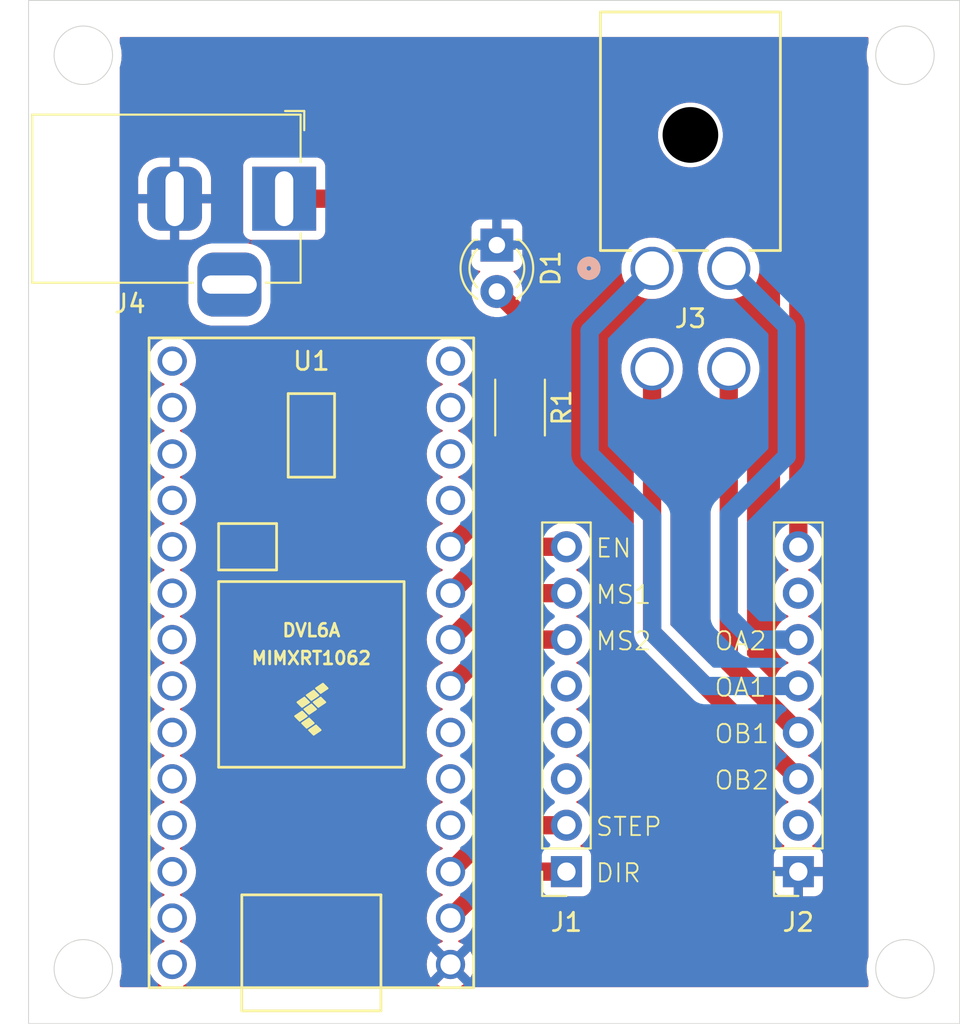
<source format=kicad_pcb>
(kicad_pcb (version 20240108) (generator "pcbnew") (generator_version "8.0")
  (layers (0 "F.Cu" signal) (31 "B.Cu" signal) (34 "B.Paste" user) (35 "F.Paste" user) (36 "B.SilkS" user "B.Silkscreen") (37 "F.SilkS" user "F.Silkscreen") (38 "B.Mask" user) (39 "F.Mask" user) (44 "Edge.Cuts" user))
  (net 0 "")
  (net 8 "Net-(D1-K)")
  (net 25 "Net-(J1-Pin_7)")
  (net 26 "Net-(J1-Pin_8)")
  (net 27 "Net-(J1-Pin_2)")
  (net 29 "Net-(J1-Pin_6)")
  (net 30 "Net-(J1-Pin_1)")
  (net 33 "Net-(J2-Pin_8)")
  (net 34 "Net-(J2-Pin_3)")
  (net 35 "Net-(J2-Pin_5)")
  (net 36 "Net-(J2-Pin_6)")
  (net 37 "Net-(J2-Pin_4)")
  (net 38 "Net-(D1-A)")
  (net 39 "Net-(U1-8_TX2_IN1)")
  (footprint "Connector_PinSocket_2.54mm:PinSocket_1x08_P2.54mm_Vertical" (layer "F.Cu") (at 137.16 106.68 180)
    (property "Reference" "J2" (at 0 -2.77 0) (layer "F.SilkS"))
    (property "Value" "Conn_01x08_Socket")
    (fp_line (start 1.33 1.27) (end 1.33 19.11) (stroke (width 0.12)) (layer "F.SilkS"))
    (fp_line (start 1.33 -1.33) (end 1.33 0) (stroke (width 0.12)) (layer "F.SilkS"))
    (fp_line (start 0 -1.33) (end 1.33 -1.33) (stroke (width 0.12)) (layer "F.SilkS"))
    (fp_line (start -1.33 19.11) (end 1.33 19.11) (stroke (width 0.12)) (layer "F.SilkS"))
    (fp_line (start -1.33 1.27) (end 1.33 1.27) (stroke (width 0.12)) (layer "F.SilkS"))
    (fp_line (start -1.33 1.27) (end -1.33 19.11) (stroke (width 0.12)) (layer "F.SilkS"))
    (pad "1" thru_hole rect (at 0 0 180) (size 1.7 1.7) (drill 1) (layers "*.Cu" "*.Mask") (net 8 "Net-(D1-K)"))
    (pad "2" thru_hole oval (at 0 2.54 180) (size 1.7 1.7) (drill 1) (layers "*.Cu" "*.Mask"))
    (pad "3" thru_hole oval (at 0 5.08 180) (size 1.7 1.7) (drill 1) (layers "*.Cu" "*.Mask") (net 34 "Net-(J2-Pin_3)"))
    (pad "4" thru_hole oval (at 0 7.62 180) (size 1.7 1.7) (drill 1) (layers "*.Cu" "*.Mask") (net 37 "Net-(J2-Pin_4)"))
    (pad "5" thru_hole oval (at 0 10.16 180) (size 1.7 1.7) (drill 1) (layers "*.Cu" "*.Mask") (net 35 "Net-(J2-Pin_5)"))
    (pad "6" thru_hole oval (at 0 12.7 180) (size 1.7 1.7) (drill 1) (layers "*.Cu" "*.Mask") (net 36 "Net-(J2-Pin_6)"))
    (pad "7" thru_hole oval (at 0 15.24 180) (size 1.7 1.7) (drill 1) (layers "*.Cu" "*.Mask"))
    (pad "8" thru_hole oval (at 0 17.78 180) (size 1.7 1.7) (drill 1) (layers "*.Cu" "*.Mask") (net 33 "Net-(J2-Pin_8)"))
  )
  (footprint "teensy.pretty-master:Teensy40" (layer "F.Cu") (at 110.49 95.25 90)
    (property "Reference" "U1" (at 16.51 0 180) (layer "F.SilkS"))
    (property "Value" "Teensy4.0")
    (fp_line (start 17.78 -8.89) (end 17.78 8.89) (stroke (width 0.15)) (layer "F.SilkS"))
    (fp_line (start -17.78 -8.89) (end 17.78 -8.89) (stroke (width 0.15)) (layer "F.SilkS"))
    (fp_line (start 7.62 -5.08) (end 7.62 -1.905) (stroke (width 0.15)) (layer "F.SilkS"))
    (fp_line (start 5.08 -5.08) (end 7.62 -5.08) (stroke (width 0.15)) (layer "F.SilkS"))
    (fp_line (start 4.445 -5.08) (end -5.715 -5.08) (stroke (width 0.15)) (layer "F.SilkS"))
    (fp_line (start -5.715 -5.08) (end -5.715 5.08) (stroke (width 0.15)) (layer "F.SilkS"))
    (fp_line (start -12.7 -3.81) (end -17.78 -3.81) (stroke (width 0.15)) (layer "F.SilkS"))
    (fp_line (start -19.05 -3.81) (end -17.78 -3.81) (stroke (width 0.15)) (layer "F.SilkS"))
    (fp_line (start 7.62 -1.905) (end 5.08 -1.905) (stroke (width 0.15)) (layer "F.SilkS"))
    (fp_line (start 5.08 -1.905) (end 5.08 -5.08) (stroke (width 0.15)) (layer "F.SilkS"))
    (fp_line (start 14.732 -1.27) (end 14.732 1.27) (stroke (width 0.15)) (layer "F.SilkS"))
    (fp_line (start 10.16 -1.27) (end 14.732 -1.27) (stroke (width 0.15)) (layer "F.SilkS"))
    (fp_line (start 14.732 1.27) (end 10.16 1.27) (stroke (width 0.15)) (layer "F.SilkS"))
    (fp_line (start 10.16 1.27) (end 10.16 -1.27) (stroke (width 0.15)) (layer "F.SilkS"))
    (fp_line (start -12.7 3.81) (end -12.7 -3.81) (stroke (width 0.15)) (layer "F.SilkS"))
    (fp_line (start -12.7 3.81) (end -17.78 3.81) (stroke (width 0.15)) (layer "F.SilkS"))
    (fp_line (start -17.78 3.81) (end -19.05 3.81) (stroke (width 0.15)) (layer "F.SilkS"))
    (fp_line (start -19.05 3.81) (end -19.05 -3.81) (stroke (width 0.15)) (layer "F.SilkS"))
    (fp_line (start 4.445 5.08) (end 4.445 -5.08) (stroke (width 0.15)) (layer "F.SilkS"))
    (fp_line (start 4.445 5.08) (end -5.715 5.08) (stroke (width 0.15)) (layer "F.SilkS"))
    (fp_line (start 17.78 8.89) (end -17.78 8.89) (stroke (width 0.15)) (layer "F.SilkS"))
    (fp_line (start -17.78 8.89) (end -17.78 -8.89) (stroke (width 0.15)) (layer "F.SilkS"))
    (fp_poly (pts (xy -3.175 -0.635) (xy -2.921 -0.889) (xy -2.667 -0.508) (xy -2.921 -0.254)) (stroke (width 0.1)) (fill solid) (layer "F.SilkS"))
    (fp_poly (pts (xy -2.413 -0.508) (xy -2.159 -0.762) (xy -1.905 -0.381) (xy -2.159 -0.127)) (stroke (width 0.1)) (fill solid) (layer "F.SilkS"))
    (fp_poly (pts (xy -3.556 -0.254) (xy -3.302 -0.508) (xy -3.048 -0.127) (xy -3.302 0.127)) (stroke (width 0.1)) (fill solid) (layer "F.SilkS"))
    (fp_poly (pts (xy -2.794 -0.127) (xy -2.54 -0.381) (xy -2.286 0) (xy -2.54 0.254)) (stroke (width 0.1)) (fill solid) (layer "F.SilkS"))
    (fp_poly (pts (xy -2.032 0) (xy -1.778 -0.254) (xy -1.524 0.127) (xy -1.778 0.381)) (stroke (width 0.1)) (fill solid) (layer "F.SilkS"))
    (fp_poly (pts (xy -3.937 0.127) (xy -3.683 -0.127) (xy -3.429 0.254) (xy -3.683 0.508)) (stroke (width 0.1)) (fill solid) (layer "F.SilkS"))
    (fp_poly (pts (xy -2.413 0.381) (xy -2.159 0.127) (xy -1.905 0.508) (xy -2.159 0.762)) (stroke (width 0.1)) (fill solid) (layer "F.SilkS"))
    (fp_poly (pts (xy -1.651 0.508) (xy -1.397 0.254) (xy -1.143 0.635) (xy -1.397 0.889)) (stroke (width 0.1)) (fill solid) (layer "F.SilkS"))
    (fp_text user "MIMXRT1062" (at 0.254 0 0) (layer "F.SilkS") (effects (font (size 0.7 0.7))))
    (fp_text user "DVL6A" (at 1.778 0 0) (layer "F.SilkS") (effects (font (size 0.7 0.7))))
    (pad "1" thru_hole circle (at -16.51 7.62 90) (size 1.6 1.6) (drill 1.1) (layers "*.Cu" "*.Mask") (net 8 "Net-(D1-K)"))
    (pad "2" thru_hole circle (at -13.97 7.62 90) (size 1.6 1.6) (drill 1.1) (layers "*.Cu" "*.Mask") (net 30 "Net-(J1-Pin_1)"))
    (pad "3" thru_hole circle (at -11.43 7.62 90) (size 1.6 1.6) (drill 1.1) (layers "*.Cu" "*.Mask") (net 27 "Net-(J1-Pin_2)"))
    (pad "4" thru_hole circle (at -8.89 7.62 90) (size 1.6 1.6) (drill 1.1) (layers "*.Cu" "*.Mask"))
    (pad "5" thru_hole circle (at -6.35 7.62 90) (size 1.6 1.6) (drill 1.1) (layers "*.Cu" "*.Mask"))
    (pad "6" thru_hole circle (at -3.81 7.62 90) (size 1.6 1.6) (drill 1.1) (layers "*.Cu" "*.Mask"))
    (pad "7" thru_hole circle (at -1.27 7.62 90) (size 1.6 1.6) (drill 1.1) (layers "*.Cu" "*.Mask") (net 29 "Net-(J1-Pin_6)"))
    (pad "8" thru_hole circle (at 1.27 7.62 90) (size 1.6 1.6) (drill 1.1) (layers "*.Cu" "*.Mask") (net 25 "Net-(J1-Pin_7)"))
    (pad "9" thru_hole circle (at 3.81 7.62 90) (size 1.6 1.6) (drill 1.1) (layers "*.Cu" "*.Mask") (net 26 "Net-(J1-Pin_8)"))
    (pad "10" thru_hole circle (at 6.35 7.62 90) (size 1.6 1.6) (drill 1.1) (layers "*.Cu" "*.Mask") (net 39 "Net-(U1-8_TX2_IN1)"))
    (pad "11" thru_hole circle (at 8.89 7.62 90) (size 1.6 1.6) (drill 1.1) (layers "*.Cu" "*.Mask"))
    (pad "12" thru_hole circle (at 11.43 7.62 90) (size 1.6 1.6) (drill 1.1) (layers "*.Cu" "*.Mask"))
    (pad "13" thru_hole circle (at 13.97 7.62 90) (size 1.6 1.6) (drill 1.1) (layers "*.Cu" "*.Mask"))
    (pad "14" thru_hole circle (at 16.51 7.62 90) (size 1.6 1.6) (drill 1.1) (layers "*.Cu" "*.Mask"))
    (pad "20" thru_hole circle (at 16.51 -7.62 90) (size 1.6 1.6) (drill 1.1) (layers "*.Cu" "*.Mask"))
    (pad "21" thru_hole circle (at 13.97 -7.62 90) (size 1.6 1.6) (drill 1.1) (layers "*.Cu" "*.Mask"))
    (pad "22" thru_hole circle (at 11.43 -7.62 90) (size 1.6 1.6) (drill 1.1) (layers "*.Cu" "*.Mask"))
    (pad "23" thru_hole circle (at 8.89 -7.62 90) (size 1.6 1.6) (drill 1.1) (layers "*.Cu" "*.Mask"))
    (pad "24" thru_hole circle (at 6.35 -7.62 90) (size 1.6 1.6) (drill 1.1) (layers "*.Cu" "*.Mask"))
    (pad "25" thru_hole circle (at 3.81 -7.62 90) (size 1.6 1.6) (drill 1.1) (layers "*.Cu" "*.Mask"))
    (pad "26" thru_hole circle (at 1.27 -7.62 90) (size 1.6 1.6) (drill 1.1) (layers "*.Cu" "*.Mask"))
    (pad "27" thru_hole circle (at -1.27 -7.62 90) (size 1.6 1.6) (drill 1.1) (layers "*.Cu" "*.Mask"))
    (pad "28" thru_hole circle (at -3.81 -7.62 90) (size 1.6 1.6) (drill 1.1) (layers "*.Cu" "*.Mask"))
    (pad "29" thru_hole circle (at -6.35 -7.62 90) (size 1.6 1.6) (drill 1.1) (layers "*.Cu" "*.Mask"))
    (pad "30" thru_hole circle (at -8.89 -7.62 90) (size 1.6 1.6) (drill 1.1) (layers "*.Cu" "*.Mask"))
    (pad "31" thru_hole circle (at -11.43 -7.62 90) (size 1.6 1.6) (drill 1.1) (layers "*.Cu" "*.Mask"))
    (pad "32" thru_hole circle (at -13.97 -7.62 90) (size 1.6 1.6) (drill 1.1) (layers "*.Cu" "*.Mask"))
    (pad "33" thru_hole circle (at -16.51 -7.62 90) (size 1.6 1.6) (drill 1.1) (layers "*.Cu" "*.Mask"))
  )
  (footprint "Connector_PinSocket_2.54mm:PinSocket_1x08_P2.54mm_Vertical" (layer "F.Cu") (at 124.46 106.68 180)
    (property "Reference" "J1" (at 0 -2.77 0) (layer "F.SilkS"))
    (property "Value" "Conn_01x08_Socket")
    (fp_line (start 1.33 1.27) (end 1.33 19.11) (stroke (width 0.12)) (layer "F.SilkS"))
    (fp_line (start 1.33 -1.33) (end 1.33 0) (stroke (width 0.12)) (layer "F.SilkS"))
    (fp_line (start 0 -1.33) (end 1.33 -1.33) (stroke (width 0.12)) (layer "F.SilkS"))
    (fp_line (start -1.33 19.11) (end 1.33 19.11) (stroke (width 0.12)) (layer "F.SilkS"))
    (fp_line (start -1.33 1.27) (end 1.33 1.27) (stroke (width 0.12)) (layer "F.SilkS"))
    (fp_line (start -1.33 1.27) (end -1.33 19.11) (stroke (width 0.12)) (layer "F.SilkS"))
    (pad "1" thru_hole rect (at 0 0 180) (size 1.7 1.7) (drill 1) (layers "*.Cu" "*.Mask") (net 30 "Net-(J1-Pin_1)"))
    (pad "2" thru_hole oval (at 0 2.54 180) (size 1.7 1.7) (drill 1) (layers "*.Cu" "*.Mask") (net 27 "Net-(J1-Pin_2)"))
    (pad "3" thru_hole oval (at 0 5.08 180) (size 1.7 1.7) (drill 1) (layers "*.Cu" "*.Mask"))
    (pad "4" thru_hole oval (at 0 7.62 180) (size 1.7 1.7) (drill 1) (layers "*.Cu" "*.Mask"))
    (pad "5" thru_hole oval (at 0 10.16 180) (size 1.7 1.7) (drill 1) (layers "*.Cu" "*.Mask"))
    (pad "6" thru_hole oval (at 0 12.7 180) (size 1.7 1.7) (drill 1) (layers "*.Cu" "*.Mask") (net 29 "Net-(J1-Pin_6)"))
    (pad "7" thru_hole oval (at 0 15.24 180) (size 1.7 1.7) (drill 1) (layers "*.Cu" "*.Mask") (net 25 "Net-(J1-Pin_7)"))
    (pad "8" thru_hole oval (at 0 17.78 180) (size 1.7 1.7) (drill 1) (layers "*.Cu" "*.Mask") (net 26 "Net-(J1-Pin_8)"))
  )
  (footprint "Resistor_SMD:R_2010_5025Metric" (layer "F.Cu") (at 121.92 81.28 -90)
    (property "Reference" "R1" (at 0 -2.28 90) (layer "F.SilkS"))
    (property "Value" "R")
    (fp_line (start -1.527064 1.36) (end 1.527064 1.36) (stroke (width 0.12)) (layer "F.SilkS"))
    (fp_line (start -1.527064 -1.36) (end 1.527064 -1.36) (stroke (width 0.12)) (layer "F.SilkS"))
    (pad "1" smd roundrect (at -2.3125 0 270) (size 1.225 2.65) (layers "F.Cu" "F.Paste" "F.Mask") (roundrect_rratio 0.204082) (net 38 "Net-(D1-A)"))
    (pad "2" smd roundrect (at 2.3125 0 270) (size 1.225 2.65) (layers "F.Cu" "F.Paste" "F.Mask") (roundrect_rratio 0.204082) (net 39 "Net-(U1-8_TX2_IN1)"))
  )
  (footprint "LED_THT:LED_D3.0mm" (layer "F.Cu") (at 120.65 72.39 -90)
    (property "Reference" "D1" (at 1.27 -2.96 90) (layer "F.SilkS"))
    (property "Value" "LED")
    (fp_line (start -0.29 1.08) (end -0.29 1.236) (stroke (width 0.12)) (layer "F.SilkS"))
    (fp_line (start -0.29 -1.236) (end -0.29 -1.08) (stroke (width 0.12)) (layer "F.SilkS"))
    (fp_arc (start 2.31113 1.079837) (mid 1.270117 1.5) (end 0.229039 1.08) (stroke (width 0.12)) (layer "F.SilkS"))
    (fp_arc (start 2.942335 1.078608) (mid 1.366487 1.987659) (end -0.29 1.235516) (stroke (width 0.12)) (layer "F.SilkS"))
    (fp_arc (start 0.229039 -1.08) (mid 1.270117 -1.5) (end 2.31113 -1.079837) (stroke (width 0.12)) (layer "F.SilkS"))
    (fp_arc (start -0.29 -1.235516) (mid 1.366487 -1.987659) (end 2.942335 -1.078608) (stroke (width 0.12)) (layer "F.SilkS"))
    (pad "1" thru_hole rect (at 0 0 270) (size 1.8 1.8) (drill 0.9) (layers "*.Cu" "*.Mask") (net 8 "Net-(D1-K)"))
    (pad "2" thru_hole circle (at 2.54 0 270) (size 1.8 1.8) (drill 0.9) (layers "*.Cu" "*.Mask") (net 38 "Net-(D1-A)"))
  )
  (footprint "molex:CONN_5569-04A_MOL" (layer "F.Cu") (at 129.150002 73.66 180)
    (property "Reference" "J3" (at -2.1 -2.75 0) (layer "F.SilkS"))
    (property "Value" "26013115")
    (fp_circle (center 3.4626 0) (end 3.8436 0) (stroke (width 0.508)) (fill none) (layer "B.SilkS"))
    (fp_line (start 2.8276 14.028601) (end 2.8276 0.973) (stroke (width 0.1524)) (layer "F.SilkS"))
    (fp_line (start 2.8276 0.973) (end 1.159732 0.973) (stroke (width 0.1524)) (layer "F.SilkS"))
    (fp_line (start -1.159735 0.973) (end -3.040264 0.973) (stroke (width 0.1524)) (layer "F.SilkS"))
    (fp_line (start -5.359731 0.973) (end -7.0276 0.973) (stroke (width 0.1524)) (layer "F.SilkS"))
    (fp_line (start -7.0276 14.028601) (end 2.8276 14.028601) (stroke (width 0.1524)) (layer "F.SilkS"))
    (fp_line (start -7.0276 0.973) (end -7.0276 14.028601) (stroke (width 0.1524)) (layer "F.SilkS"))
    (fp_circle (center 3.4626 0) (end 3.8436 0) (stroke (width 0.508)) (fill none) (layer "F.SilkS"))
    (pad "" np_thru_hole circle (at -2.1 7.300001 180) (size 3.048 3.048) (drill 3.048) (layers))
    (pad "1" thru_hole circle (at 0 0 180) (size 2.3622 2.3622) (drill 1.8542) (layers "*.Cu" "*.Mask") (net 35 "Net-(J2-Pin_5)"))
    (pad "2" thru_hole circle (at -4.199998 0 180) (size 2.3622 2.3622) (drill 1.8542) (layers "*.Cu" "*.Mask") (net 36 "Net-(J2-Pin_6)"))
    (pad "3" thru_hole circle (at 0 -5.499999 180) (size 2.3622 2.3622) (drill 1.8542) (layers "*.Cu" "*.Mask") (net 34 "Net-(J2-Pin_3)"))
    (pad "4" thru_hole circle (at -4.199998 -5.499999 180) (size 2.3622 2.3622) (drill 1.8542) (layers "*.Cu" "*.Mask") (net 37 "Net-(J2-Pin_4)"))
  )
  (footprint "Connector_BarrelJack:BarrelJack_Horizontal" (layer "F.Cu") (at 109 69.85)
    (property "Reference" "J4" (at -8.45 5.75 0) (layer "F.SilkS"))
    (property "Value" "Barrel_Jack_MountingPin")
    (fp_line (start -13.8 -4.6) (end 0.9 -4.6) (stroke (width 0.12)) (layer "F.SilkS"))
    (fp_line (start -13.8 4.6) (end -13.8 -4.6) (stroke (width 0.12)) (layer "F.SilkS"))
    (fp_line (start -5 4.6) (end -13.8 4.6) (stroke (width 0.12)) (layer "F.SilkS"))
    (fp_line (start 0.05 -4.8) (end 1.1 -4.8) (stroke (width 0.12)) (layer "F.SilkS"))
    (fp_line (start 0.9 -4.6) (end 0.9 -2) (stroke (width 0.12)) (layer "F.SilkS"))
    (fp_line (start 0.9 1.9) (end 0.9 4.6) (stroke (width 0.12)) (layer "F.SilkS"))
    (fp_line (start 0.9 4.6) (end -1 4.6) (stroke (width 0.12)) (layer "F.SilkS"))
    (fp_line (start 1.1 -3.75) (end 1.1 -4.8) (stroke (width 0.12)) (layer "F.SilkS"))
    (pad "1" thru_hole rect (at 0 0) (size 3.5 3.5) (drill oval 1 3) (layers "*.Cu" "*.Mask") (net 33 "Net-(J2-Pin_8)"))
    (pad "2" thru_hole roundrect (at -6 0) (size 3 3.5) (drill oval 1 3) (layers "*.Cu" "*.Mask") (net 8 "Net-(D1-K)"))
    (pad "3" thru_hole roundrect (at -3 4.7) (size 3.5 3.5) (drill oval 3 1) (layers "*.Cu" "*.Mask"))
  )
  (gr_circle (center 98 112) (end 99.6 112) (stroke (width 0.05)) (fill none) (layer "Edge.Cuts"))
  (gr_circle (center 98 62) (end 99.6 62) (stroke (width 0.05)) (fill none) (layer "Edge.Cuts"))
  (gr_rect (start 95 59) (end 146 115) (stroke (width 0.05)) (fill none) (layer "Edge.Cuts"))
  (gr_circle (center 143 112) (end 144.6 112) (stroke (width 0.05)) (fill none) (layer "Edge.Cuts"))
  (gr_circle (center 143 62) (end 144.6 62) (stroke (width 0.05)) (fill none) (layer "Edge.Cuts"))
  (gr_text "OB1" (at 132.5 99.725 0) (layer "F.SilkS") (effects (font (size 1 1) (thickness 0.1)) (justify left bottom)))
  (gr_text "MS1" (at 126 92.105 0) (layer "F.SilkS") (effects (font (size 1 1) (thickness 0.1)) (justify left bottom)))
  (gr_text "OA2" (at 132.5 94.645 0) (layer "F.SilkS") (effects (font (size 1 1) (thickness 0.1)) (justify left bottom)))
  (gr_text "EN" (at 126 89.565 0) (layer "F.SilkS") (effects (font (size 1 1) (thickness 0.1)) (justify left bottom)))
  (gr_text "STEP" (at 126 104.805 0) (layer "F.SilkS") (effects (font (size 1 1) (thickness 0.1)) (justify left bottom)))
  (gr_text "DIR" (at 126 107.345 0) (layer "F.SilkS") (effects (font (size 1 1) (thickness 0.1)) (justify left bottom)))
  (gr_text "OB2" (at 132.5 102.265 0) (layer "F.SilkS") (effects (font (size 1 1) (thickness 0.1)) (justify left bottom)))
  (gr_text "MS2" (at 126 94.645 0) (layer "F.SilkS") (effects (font (size 1 1) (thickness 0.1)) (justify left bottom)))
  (gr_text "OA1" (at 132.5 97.185 0) (layer "F.SilkS") (effects (font (size 1 1) (thickness 0.1)) (justify left bottom)))
  (segment (start 120.65 91.44) (end 118.11 93.98) (width 1) (layer "F.Cu") (net 25))
  (segment (start 124.46 91.44) (end 120.65 91.44) (width 1) (layer "F.Cu") (net 25))
  (segment (start 124.46 88.9) (end 120.65 88.9) (width 1) (layer "F.Cu") (net 26))
  (segment (start 120.65 88.9) (end 118.11 91.44) (width 1) (layer "F.Cu") (net 26))
  (segment (start 120.65 104.14) (end 118.11 106.68) (width 1) (layer "F.Cu") (net 27))
  (segment (start 124.46 104.14) (end 120.65 104.14) (width 1) (layer "F.Cu") (net 27))
  (segment (start 120.65 93.98) (end 118.11 96.52) (width 1) (layer "F.Cu") (net 29))
  (segment (start 124.46 93.98) (end 120.65 93.98) (width 1) (layer "F.Cu") (net 29))
  (segment (start 120.65 106.68) (end 118.11 109.22) (width 1) (layer "F.Cu") (net 30))
  (segment (start 124.46 106.68) (end 120.65 106.68) (width 1) (layer "F.Cu") (net 30))
  (segment (start 134.62 69.85) (end 137.16 72.39) (width 1) (layer "F.Cu") (net 33))
  (segment (start 137.16 72.39) (end 137.16 88.9) (width 1) (layer "F.Cu") (net 33))
  (segment (start 109 69.85) (end 134.62 69.85) (width 1) (layer "F.Cu") (net 33))
  (segment (start 137.16 101.6) (end 129.150002 93.590002) (width 1) (layer "F.Cu") (net 34))
  (segment (start 129.150002 93.590002) (end 129.150002 79.159999) (width 1) (layer "F.Cu") (net 34))
  (segment (start 125.73 83.82) (end 125.73 77.080002) (width 1) (layer "B.Cu") (net 35))
  (segment (start 132.08 96.52) (end 129.159 93.599) (width 1) (layer "B.Cu") (net 35))
  (segment (start 125.73 77.080002) (end 129.150002 73.66) (width 1) (layer "B.Cu") (net 35))
  (segment (start 129.159 93.599) (end 129.159 87.249) (width 1) (layer "B.Cu") (net 35))
  (segment (start 137.16 96.52) (end 132.08 96.52) (width 1) (layer "B.Cu") (net 35))
  (segment (start 129.159 87.249) (end 125.73 83.82) (width 1) (layer "B.Cu") (net 35))
  (segment (start 136.525 83.947) (end 136.525 76.835) (width 1) (layer "B.Cu") (net 36))
  (segment (start 137.16 93.98) (end 134.62 93.98) (width 1) (layer "B.Cu") (net 36))
  (segment (start 134.62 93.98) (end 133.35 92.71) (width 1) (layer "B.Cu") (net 36))
  (segment (start 133.35 87.122) (end 136.525 83.947) (width 1) (layer "B.Cu") (net 36))
  (segment (start 133.35 92.71) (end 133.35 87.122) (width 1) (layer "B.Cu") (net 36))
  (segment (start 136.525 76.835) (end 133.35 73.66) (width 1) (layer "B.Cu") (net 36))
  (segment (start 137.16 99.06) (end 133.35 95.25) (width 1) (layer "F.Cu") (net 37))
  (segment (start 133.35 95.25) (end 133.35 79.159999) (width 1) (layer "F.Cu") (net 37))
  (segment (start 121.92 76.2) (end 120.65 74.93) (width 1) (layer "F.Cu") (net 38))
  (segment (start 121.92 78.9675) (end 121.92 76.2) (width 1) (layer "F.Cu") (net 38))
  (segment (start 121.92 85.09) (end 118.11 88.9) (width 1) (layer "F.Cu") (net 39))
  (segment (start 121.92 83.5925) (end 121.92 85.09) (width 1) (layer "F.Cu") (net 39))
  (zone (net 8) (net_name "Net-(D1-K)") (layer "F.Cu") (connect_pads (clearance 0.5)) (min_thickness 0.1) (fill yes (thermal_gap 0.5) (thermal_bridge_width 0.5))
    (polygon (pts (xy 100 61) (xy 100 113) (xy 141 113) (xy 141 61)))
  )
  (zone (net 8) (net_name "Net-(D1-K)") (layer "B.Cu") (priority 1) (connect_pads (clearance 0.5)) (min_thickness 0.25) (fill yes (thermal_gap 0.5) (thermal_bridge_width 0.5))
    (polygon (pts (xy 100 61) (xy 100 113) (xy 141 113) (xy 141 61)))
  )
)
</source>
